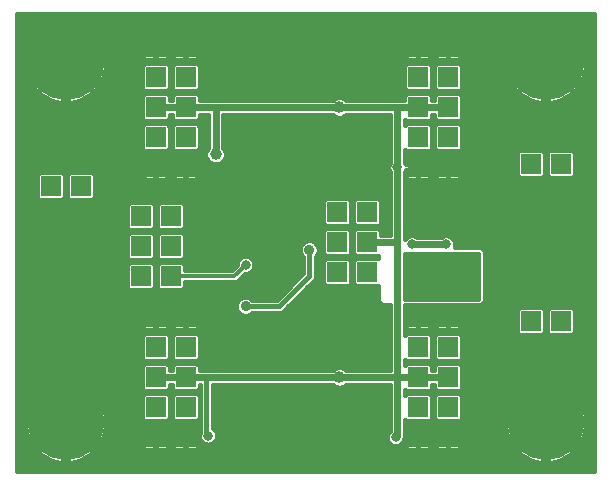
<source format=gbr>
G75*
%MOIN*%
%OFA0B0*%
%FSLAX24Y24*%
%IPPOS*%
%LPD*%
%AMOC8*
5,1,8,0,0,1.08239X$1,22.5*
%
%ADD10R,0.0650X0.0650*%
%ADD11C,0.2540*%
%ADD12C,0.0160*%
%ADD13C,0.0317*%
%ADD14C,0.0240*%
%ADD15C,0.0120*%
%ADD16C,0.0357*%
%ADD17C,0.0396*%
D10*
X005142Y005393D03*
X006142Y005393D03*
X006142Y006393D03*
X005142Y006393D03*
X005142Y007393D03*
X006142Y007393D03*
X006142Y008393D03*
X006142Y009393D03*
X005142Y009393D03*
X005142Y008393D03*
X005642Y010768D03*
X004642Y010768D03*
X004642Y011768D03*
X005642Y011768D03*
X005642Y012768D03*
X004642Y012768D03*
X002642Y012768D03*
X001642Y012768D03*
X001642Y013768D03*
X002642Y013768D03*
X005142Y014393D03*
X006142Y014393D03*
X006142Y015393D03*
X006142Y016393D03*
X006142Y017393D03*
X006142Y018393D03*
X005142Y018393D03*
X005142Y017393D03*
X005142Y016393D03*
X005142Y015393D03*
X011204Y012893D03*
X012204Y012893D03*
X012204Y011893D03*
X011204Y011893D03*
X011204Y010893D03*
X012204Y010893D03*
X013892Y009393D03*
X014892Y009393D03*
X014892Y008393D03*
X013892Y008393D03*
X013892Y007393D03*
X014892Y007393D03*
X014892Y006393D03*
X013892Y006393D03*
X013892Y005393D03*
X014892Y005393D03*
X017642Y008268D03*
X018642Y008268D03*
X018642Y009268D03*
X017642Y009268D03*
X017642Y010268D03*
X018642Y010268D03*
X018642Y013518D03*
X017642Y013518D03*
X017642Y014518D03*
X018642Y014518D03*
X018642Y015518D03*
X017642Y015518D03*
X014892Y015393D03*
X013892Y015393D03*
X013892Y014393D03*
X014892Y014393D03*
X014892Y016393D03*
X013892Y016393D03*
X013892Y017393D03*
X014892Y017393D03*
X014892Y018393D03*
X013892Y018393D03*
D11*
X018142Y017893D03*
X018142Y005893D03*
X002142Y005893D03*
X002142Y017893D03*
D12*
X000522Y019513D02*
X000522Y004273D01*
X019762Y004273D01*
X019762Y019513D01*
X000522Y019513D01*
X000522Y019426D02*
X019762Y019426D01*
X019762Y019268D02*
X000522Y019268D01*
X000522Y019109D02*
X001553Y019109D01*
X001564Y019115D02*
X001447Y019053D01*
X001337Y018979D01*
X001234Y018895D01*
X001140Y018801D01*
X001056Y018698D01*
X000982Y018588D01*
X000920Y018471D01*
X000869Y018349D01*
X000831Y018222D01*
X000805Y018092D01*
X000793Y017973D01*
X002062Y017973D01*
X002062Y017813D01*
X002222Y017813D01*
X002222Y017973D01*
X003490Y017973D01*
X003479Y018092D01*
X003453Y018222D01*
X003414Y018349D01*
X003364Y018471D01*
X003301Y018588D01*
X003227Y018698D01*
X003143Y018801D01*
X003049Y018895D01*
X002947Y018979D01*
X002837Y019053D01*
X002720Y019115D01*
X002597Y019166D01*
X002470Y019204D01*
X002340Y019230D01*
X002222Y019242D01*
X002222Y017973D01*
X002062Y017973D01*
X002062Y019242D01*
X001943Y019230D01*
X001813Y019204D01*
X001686Y019166D01*
X001564Y019115D01*
X001302Y018951D02*
X000522Y018951D01*
X000522Y018792D02*
X001133Y018792D01*
X001013Y018634D02*
X000522Y018634D01*
X000522Y018475D02*
X000922Y018475D01*
X000859Y018317D02*
X000522Y018317D01*
X000522Y018158D02*
X000818Y018158D01*
X000796Y018000D02*
X000522Y018000D01*
X000522Y017841D02*
X002062Y017841D01*
X002062Y017813D02*
X000793Y017813D01*
X000805Y017695D01*
X000831Y017565D01*
X000869Y017438D01*
X000920Y017315D01*
X000982Y017198D01*
X001056Y017088D01*
X001140Y016986D01*
X001234Y016892D01*
X001337Y016808D01*
X001447Y016734D01*
X001564Y016671D01*
X001686Y016621D01*
X001813Y016582D01*
X001943Y016556D01*
X002062Y016545D01*
X002062Y017813D01*
X002062Y017683D02*
X002222Y017683D01*
X002222Y017813D02*
X002222Y016545D01*
X002340Y016556D01*
X002470Y016582D01*
X002597Y016621D01*
X002720Y016671D01*
X002837Y016734D01*
X002947Y016808D01*
X003049Y016892D01*
X003143Y016986D01*
X003227Y017088D01*
X003301Y017198D01*
X003364Y017315D01*
X003414Y017438D01*
X003453Y017565D01*
X003479Y017695D01*
X003490Y017813D01*
X002222Y017813D01*
X002222Y017841D02*
X004742Y017841D01*
X004759Y017858D02*
X004677Y017776D01*
X004677Y017010D01*
X004759Y016928D01*
X005525Y016928D01*
X005607Y017010D01*
X005607Y017776D01*
X005525Y017858D01*
X004759Y017858D01*
X004801Y017988D02*
X005134Y017988D01*
X005134Y018386D01*
X004737Y018386D01*
X004737Y018052D01*
X004749Y018023D01*
X004771Y018000D01*
X004801Y017988D01*
X004773Y018000D02*
X003488Y018000D01*
X003465Y018158D02*
X004737Y018158D01*
X004737Y018317D02*
X003424Y018317D01*
X003361Y018475D02*
X004737Y018475D01*
X004737Y018401D02*
X005134Y018401D01*
X005134Y018798D01*
X004801Y018798D01*
X004771Y018786D01*
X004749Y018764D01*
X004737Y018734D01*
X004737Y018401D01*
X004737Y018634D02*
X003270Y018634D01*
X003150Y018792D02*
X004786Y018792D01*
X005134Y018792D02*
X005149Y018792D01*
X005149Y018798D02*
X005483Y018798D01*
X005512Y018786D01*
X005534Y018764D01*
X005547Y018734D01*
X005547Y018401D01*
X005149Y018401D01*
X005134Y018401D01*
X005134Y018386D01*
X005149Y018386D01*
X005149Y018401D01*
X005149Y018798D01*
X005134Y018634D02*
X005149Y018634D01*
X005134Y018475D02*
X005149Y018475D01*
X005149Y018386D02*
X005547Y018386D01*
X005547Y018052D01*
X005534Y018023D01*
X005512Y018000D01*
X005483Y017988D01*
X005149Y017988D01*
X005149Y018386D01*
X005149Y018317D02*
X005134Y018317D01*
X005134Y018158D02*
X005149Y018158D01*
X005134Y018000D02*
X005149Y018000D01*
X005510Y018000D02*
X005773Y018000D01*
X005771Y018000D02*
X005801Y017988D01*
X006134Y017988D01*
X006134Y018386D01*
X005737Y018386D01*
X005737Y018052D01*
X005749Y018023D01*
X005771Y018000D01*
X005759Y017858D02*
X005677Y017776D01*
X005677Y017010D01*
X005759Y016928D01*
X006525Y016928D01*
X006607Y017010D01*
X006607Y017776D01*
X006525Y017858D01*
X005759Y017858D01*
X005742Y017841D02*
X005542Y017841D01*
X005607Y017683D02*
X005677Y017683D01*
X005677Y017524D02*
X005607Y017524D01*
X005607Y017366D02*
X005677Y017366D01*
X005677Y017207D02*
X005607Y017207D01*
X005607Y017049D02*
X005677Y017049D01*
X005759Y016858D02*
X005677Y016776D01*
X005677Y016653D01*
X005607Y016653D01*
X005607Y016776D01*
X005525Y016858D01*
X004759Y016858D01*
X004677Y016776D01*
X004677Y016010D01*
X004759Y015928D01*
X005525Y015928D01*
X005607Y016010D01*
X005607Y016133D01*
X005677Y016133D01*
X005677Y016010D01*
X005759Y015928D01*
X006525Y015928D01*
X006607Y016010D01*
X006607Y016133D01*
X006882Y016133D01*
X006882Y015049D01*
X006855Y015022D01*
X006804Y014898D01*
X006804Y014764D01*
X006855Y014639D01*
X006950Y014544D01*
X007074Y014493D01*
X007209Y014493D01*
X007333Y014544D01*
X007428Y014639D01*
X007480Y014764D01*
X007480Y014898D01*
X007428Y015022D01*
X007402Y015049D01*
X007402Y016133D01*
X011049Y016133D01*
X011075Y016107D01*
X011199Y016055D01*
X011334Y016055D01*
X011458Y016107D01*
X011485Y016133D01*
X012944Y016133D01*
X012944Y014546D01*
X012905Y014453D01*
X012905Y014334D01*
X012944Y014240D01*
X012944Y012153D01*
X012669Y012153D01*
X012669Y012276D01*
X012587Y012358D01*
X011821Y012358D01*
X011739Y012276D01*
X011739Y011510D01*
X011821Y011428D01*
X012547Y011428D01*
X012547Y011358D01*
X011821Y011358D01*
X011739Y011276D01*
X011739Y010510D01*
X011821Y010428D01*
X012547Y010428D01*
X012547Y009927D01*
X012676Y009798D01*
X012944Y009798D01*
X012944Y007653D01*
X011485Y007653D01*
X011458Y007680D01*
X011334Y007731D01*
X011199Y007731D01*
X011075Y007680D01*
X011049Y007653D01*
X006607Y007653D01*
X006607Y007776D01*
X006525Y007858D01*
X005759Y007858D01*
X005677Y007776D01*
X005677Y007653D01*
X005607Y007653D01*
X005607Y007776D01*
X005525Y007858D01*
X004759Y007858D01*
X004677Y007776D01*
X004677Y007010D01*
X004759Y006928D01*
X005525Y006928D01*
X005607Y007010D01*
X005607Y007133D01*
X005677Y007133D01*
X005677Y007010D01*
X005759Y006928D01*
X006525Y006928D01*
X006607Y007010D01*
X006607Y007133D01*
X006609Y007133D01*
X006609Y005554D01*
X006593Y005515D01*
X006593Y005396D01*
X006638Y005287D01*
X006722Y005203D01*
X006832Y005157D01*
X006951Y005157D01*
X007061Y005203D01*
X007145Y005287D01*
X007190Y005396D01*
X007190Y005515D01*
X007145Y005625D01*
X007061Y005709D01*
X007049Y005714D01*
X007049Y007133D01*
X011049Y007133D01*
X011075Y007107D01*
X011199Y007055D01*
X011334Y007055D01*
X011458Y007107D01*
X011485Y007133D01*
X012944Y007133D01*
X012944Y005618D01*
X012888Y005563D01*
X012843Y005453D01*
X012843Y005334D01*
X012888Y005224D01*
X012972Y005140D01*
X013082Y005095D01*
X013201Y005095D01*
X013311Y005140D01*
X013395Y005224D01*
X013440Y005334D01*
X013440Y005347D01*
X013464Y005404D01*
X013464Y005973D01*
X013509Y005928D01*
X014275Y005928D01*
X014357Y006010D01*
X014357Y006776D01*
X014275Y006858D01*
X013509Y006858D01*
X013464Y006814D01*
X013464Y006973D01*
X013509Y006928D01*
X014275Y006928D01*
X014357Y007010D01*
X014357Y007133D01*
X014427Y007133D01*
X014427Y007010D01*
X014509Y006928D01*
X015275Y006928D01*
X015357Y007010D01*
X015357Y007776D01*
X015275Y007858D01*
X014509Y007858D01*
X014427Y007776D01*
X014427Y007653D01*
X014357Y007653D01*
X014357Y007776D01*
X014275Y007858D01*
X013509Y007858D01*
X013464Y007814D01*
X013464Y007973D01*
X013509Y007928D01*
X014275Y007928D01*
X014357Y008010D01*
X014357Y008776D01*
X014275Y008858D01*
X013509Y008858D01*
X013464Y008814D01*
X013464Y009798D01*
X015983Y009798D01*
X016112Y009927D01*
X016112Y011609D01*
X015983Y011738D01*
X015114Y011738D01*
X015128Y011771D01*
X015128Y011890D01*
X015082Y012000D01*
X014998Y012084D01*
X014889Y012130D01*
X014770Y012130D01*
X014676Y012091D01*
X013857Y012091D01*
X013764Y012130D01*
X013645Y012130D01*
X013535Y012084D01*
X013464Y012013D01*
X013464Y014240D01*
X013487Y014295D01*
X013487Y014052D01*
X013499Y014023D01*
X013521Y014000D01*
X013551Y013988D01*
X013884Y013988D01*
X013884Y014386D01*
X013899Y014386D01*
X013899Y014401D01*
X013884Y014401D01*
X013884Y014798D01*
X013551Y014798D01*
X013521Y014786D01*
X013499Y014764D01*
X013487Y014734D01*
X013487Y014492D01*
X013464Y014546D01*
X013464Y014973D01*
X013509Y014928D01*
X014275Y014928D01*
X014357Y015010D01*
X014357Y015776D01*
X014275Y015858D01*
X013509Y015858D01*
X013464Y015814D01*
X013464Y015973D01*
X013509Y015928D01*
X014275Y015928D01*
X014357Y016010D01*
X014357Y016133D01*
X014427Y016133D01*
X014427Y016010D01*
X014509Y015928D01*
X015275Y015928D01*
X015357Y016010D01*
X015357Y016776D01*
X015275Y016858D01*
X014509Y016858D01*
X014427Y016776D01*
X014427Y016653D01*
X014357Y016653D01*
X014357Y016776D01*
X014275Y016858D01*
X013509Y016858D01*
X013427Y016776D01*
X013427Y016653D01*
X011485Y016653D01*
X011458Y016680D01*
X011334Y016731D01*
X011199Y016731D01*
X011075Y016680D01*
X011049Y016653D01*
X006607Y016653D01*
X006607Y016776D01*
X006525Y016858D01*
X005759Y016858D01*
X005677Y016732D02*
X005607Y016732D01*
X006142Y016393D02*
X006579Y016393D01*
X006607Y016732D02*
X013427Y016732D01*
X013509Y016928D02*
X014275Y016928D01*
X014357Y017010D01*
X014357Y017776D01*
X014275Y017858D01*
X013509Y017858D01*
X013427Y017776D01*
X013427Y017010D01*
X013509Y016928D01*
X013427Y017049D02*
X006607Y017049D01*
X006607Y017207D02*
X013427Y017207D01*
X013427Y017366D02*
X006607Y017366D01*
X006607Y017524D02*
X013427Y017524D01*
X013427Y017683D02*
X006607Y017683D01*
X006542Y017841D02*
X013492Y017841D01*
X013551Y017988D02*
X013884Y017988D01*
X013884Y018386D01*
X013487Y018386D01*
X013487Y018052D01*
X013499Y018023D01*
X013521Y018000D01*
X013551Y017988D01*
X013523Y018000D02*
X006510Y018000D01*
X006512Y018000D02*
X006534Y018023D01*
X006547Y018052D01*
X006547Y018386D01*
X006149Y018386D01*
X006149Y018401D01*
X006134Y018401D01*
X006134Y018798D01*
X005801Y018798D01*
X005771Y018786D01*
X005749Y018764D01*
X005737Y018734D01*
X005737Y018401D01*
X006134Y018401D01*
X006134Y018386D01*
X006149Y018386D01*
X006149Y017988D01*
X006483Y017988D01*
X006512Y018000D01*
X006547Y018158D02*
X013487Y018158D01*
X013487Y018317D02*
X006547Y018317D01*
X006547Y018401D02*
X006149Y018401D01*
X006149Y018798D01*
X006483Y018798D01*
X006512Y018786D01*
X006534Y018764D01*
X006547Y018734D01*
X006547Y018401D01*
X006547Y018475D02*
X013487Y018475D01*
X013487Y018401D02*
X013884Y018401D01*
X013884Y018798D01*
X013551Y018798D01*
X013521Y018786D01*
X013499Y018764D01*
X013487Y018734D01*
X013487Y018401D01*
X013487Y018634D02*
X006547Y018634D01*
X006497Y018792D02*
X013536Y018792D01*
X013884Y018792D02*
X013899Y018792D01*
X013899Y018798D02*
X013899Y018401D01*
X013884Y018401D01*
X013884Y018386D01*
X013899Y018386D01*
X013899Y018401D01*
X014297Y018401D01*
X014297Y018734D01*
X014284Y018764D01*
X014262Y018786D01*
X014233Y018798D01*
X013899Y018798D01*
X013884Y018634D02*
X013899Y018634D01*
X013884Y018475D02*
X013899Y018475D01*
X013899Y018386D02*
X014297Y018386D01*
X014297Y018052D01*
X014284Y018023D01*
X014262Y018000D01*
X014233Y017988D01*
X013899Y017988D01*
X013899Y018386D01*
X013899Y018317D02*
X013884Y018317D01*
X013884Y018158D02*
X013899Y018158D01*
X013884Y018000D02*
X013899Y018000D01*
X014260Y018000D02*
X014523Y018000D01*
X014521Y018000D02*
X014551Y017988D01*
X014884Y017988D01*
X014884Y018386D01*
X014487Y018386D01*
X014487Y018052D01*
X014499Y018023D01*
X014521Y018000D01*
X014509Y017858D02*
X014427Y017776D01*
X014427Y017010D01*
X014509Y016928D01*
X015275Y016928D01*
X015357Y017010D01*
X015357Y017776D01*
X015275Y017858D01*
X014509Y017858D01*
X014492Y017841D02*
X014292Y017841D01*
X014357Y017683D02*
X014427Y017683D01*
X014427Y017524D02*
X014357Y017524D01*
X014357Y017366D02*
X014427Y017366D01*
X014427Y017207D02*
X014357Y017207D01*
X014357Y017049D02*
X014427Y017049D01*
X014427Y016732D02*
X014357Y016732D01*
X014357Y016098D02*
X014427Y016098D01*
X014498Y015939D02*
X014286Y015939D01*
X014352Y015781D02*
X014431Y015781D01*
X014427Y015776D02*
X014509Y015858D01*
X015275Y015858D01*
X015357Y015776D01*
X015357Y015010D01*
X015275Y014928D01*
X014509Y014928D01*
X014427Y015010D01*
X014427Y015776D01*
X014427Y015622D02*
X014357Y015622D01*
X014357Y015464D02*
X014427Y015464D01*
X014427Y015305D02*
X014357Y015305D01*
X014357Y015147D02*
X014427Y015147D01*
X014449Y014988D02*
X014335Y014988D01*
X014262Y014786D02*
X014233Y014798D01*
X013899Y014798D01*
X013899Y014401D01*
X014297Y014401D01*
X014297Y014734D01*
X014284Y014764D01*
X014262Y014786D01*
X014297Y014671D02*
X014487Y014671D01*
X014487Y014734D02*
X014487Y014401D01*
X014884Y014401D01*
X014884Y014798D01*
X014551Y014798D01*
X014521Y014786D01*
X014499Y014764D01*
X014487Y014734D01*
X014487Y014513D02*
X014297Y014513D01*
X014297Y014386D02*
X013899Y014386D01*
X013899Y013988D01*
X014233Y013988D01*
X014262Y014000D01*
X014284Y014023D01*
X014297Y014052D01*
X014297Y014386D01*
X014297Y014354D02*
X014487Y014354D01*
X014487Y014386D02*
X014487Y014052D01*
X014499Y014023D01*
X014521Y014000D01*
X014551Y013988D01*
X014884Y013988D01*
X014884Y014386D01*
X014487Y014386D01*
X014487Y014196D02*
X014297Y014196D01*
X014290Y014037D02*
X014493Y014037D01*
X014884Y014037D02*
X014899Y014037D01*
X014899Y013988D02*
X015233Y013988D01*
X015262Y014000D01*
X015284Y014023D01*
X015297Y014052D01*
X015297Y014386D01*
X014899Y014386D01*
X014899Y014401D01*
X014884Y014401D01*
X014884Y014386D01*
X014899Y014386D01*
X014899Y013988D01*
X014884Y014196D02*
X014899Y014196D01*
X014884Y014354D02*
X014899Y014354D01*
X014899Y014401D02*
X015297Y014401D01*
X015297Y014734D01*
X015284Y014764D01*
X015262Y014786D01*
X015233Y014798D01*
X014899Y014798D01*
X014899Y014401D01*
X014899Y014513D02*
X014884Y014513D01*
X014884Y014671D02*
X014899Y014671D01*
X015297Y014671D02*
X017177Y014671D01*
X017177Y014513D02*
X015297Y014513D01*
X015297Y014354D02*
X017177Y014354D01*
X017177Y014196D02*
X015297Y014196D01*
X015290Y014037D02*
X019762Y014037D01*
X019762Y013879D02*
X019039Y013879D01*
X019034Y013889D02*
X019012Y013911D01*
X018983Y013923D01*
X018649Y013923D01*
X018649Y013526D01*
X018634Y013526D01*
X018634Y013923D01*
X018301Y013923D01*
X018271Y013911D01*
X018249Y013889D01*
X018237Y013859D01*
X018237Y013526D01*
X018634Y013526D01*
X018634Y013511D01*
X018237Y013511D01*
X018237Y013177D01*
X018249Y013148D01*
X018271Y013125D01*
X018301Y013113D01*
X018634Y013113D01*
X018634Y013511D01*
X018649Y013511D01*
X018649Y013113D01*
X018983Y013113D01*
X019012Y013125D01*
X019034Y013148D01*
X019047Y013177D01*
X019047Y013511D01*
X018649Y013511D01*
X018649Y013526D01*
X019047Y013526D01*
X019047Y013859D01*
X019034Y013889D01*
X019025Y014053D02*
X019107Y014135D01*
X019107Y014901D01*
X019025Y014983D01*
X018259Y014983D01*
X018177Y014901D01*
X018177Y014135D01*
X018259Y014053D01*
X019025Y014053D01*
X019107Y014196D02*
X019762Y014196D01*
X019762Y014354D02*
X019107Y014354D01*
X019107Y014513D02*
X019762Y014513D01*
X019762Y014671D02*
X019107Y014671D01*
X019107Y014830D02*
X019762Y014830D01*
X019762Y014988D02*
X015335Y014988D01*
X015357Y015147D02*
X017250Y015147D01*
X017249Y015148D02*
X017271Y015125D01*
X017301Y015113D01*
X017634Y015113D01*
X017634Y015511D01*
X017237Y015511D01*
X017237Y015177D01*
X017249Y015148D01*
X017237Y015305D02*
X015357Y015305D01*
X015357Y015464D02*
X017237Y015464D01*
X017237Y015526D02*
X017634Y015526D01*
X017634Y015923D01*
X017301Y015923D01*
X017271Y015911D01*
X017249Y015889D01*
X017237Y015859D01*
X017237Y015526D01*
X017237Y015622D02*
X015357Y015622D01*
X015352Y015781D02*
X017237Y015781D01*
X017634Y015781D02*
X017649Y015781D01*
X017649Y015923D02*
X017649Y015526D01*
X017634Y015526D01*
X017634Y015511D01*
X017649Y015511D01*
X017649Y015113D01*
X017983Y015113D01*
X018012Y015125D01*
X018034Y015148D01*
X018047Y015177D01*
X018047Y015511D01*
X017649Y015511D01*
X017649Y015526D01*
X018047Y015526D01*
X018047Y015859D01*
X018034Y015889D01*
X018012Y015911D01*
X017983Y015923D01*
X017649Y015923D01*
X017634Y015622D02*
X017649Y015622D01*
X017634Y015464D02*
X017649Y015464D01*
X017634Y015305D02*
X017649Y015305D01*
X017634Y015147D02*
X017649Y015147D01*
X018025Y014983D02*
X017259Y014983D01*
X017177Y014901D01*
X017177Y014135D01*
X017259Y014053D01*
X018025Y014053D01*
X018107Y014135D01*
X018107Y014901D01*
X018025Y014983D01*
X018033Y015147D02*
X018250Y015147D01*
X018249Y015148D02*
X018271Y015125D01*
X018301Y015113D01*
X018634Y015113D01*
X018634Y015511D01*
X018237Y015511D01*
X018237Y015177D01*
X018249Y015148D01*
X018237Y015305D02*
X018047Y015305D01*
X018047Y015464D02*
X018237Y015464D01*
X018237Y015526D02*
X018634Y015526D01*
X018634Y015923D01*
X018301Y015923D01*
X018271Y015911D01*
X018249Y015889D01*
X018237Y015859D01*
X018237Y015526D01*
X018237Y015622D02*
X018047Y015622D01*
X018047Y015781D02*
X018237Y015781D01*
X018634Y015781D02*
X018649Y015781D01*
X018649Y015923D02*
X018649Y015526D01*
X018634Y015526D01*
X018634Y015511D01*
X018649Y015511D01*
X018649Y015113D01*
X018983Y015113D01*
X019012Y015125D01*
X019034Y015148D01*
X019047Y015177D01*
X019047Y015511D01*
X018649Y015511D01*
X018649Y015526D01*
X019047Y015526D01*
X019047Y015859D01*
X019034Y015889D01*
X019012Y015911D01*
X018983Y015923D01*
X018649Y015923D01*
X018634Y015622D02*
X018649Y015622D01*
X018634Y015464D02*
X018649Y015464D01*
X018634Y015305D02*
X018649Y015305D01*
X018634Y015147D02*
X018649Y015147D01*
X019033Y015147D02*
X019762Y015147D01*
X019762Y015305D02*
X019047Y015305D01*
X019047Y015464D02*
X019762Y015464D01*
X019762Y015622D02*
X019047Y015622D01*
X019047Y015781D02*
X019762Y015781D01*
X019762Y015939D02*
X015286Y015939D01*
X015357Y016098D02*
X019762Y016098D01*
X019762Y016256D02*
X015357Y016256D01*
X015357Y016415D02*
X019762Y016415D01*
X019762Y016573D02*
X018426Y016573D01*
X018470Y016582D02*
X018597Y016621D01*
X018720Y016671D01*
X018837Y016734D01*
X018947Y016808D01*
X019049Y016892D01*
X019143Y016986D01*
X019227Y017088D01*
X019301Y017198D01*
X019364Y017315D01*
X019414Y017438D01*
X019453Y017565D01*
X019479Y017695D01*
X019490Y017813D01*
X018222Y017813D01*
X018222Y017973D01*
X019490Y017973D01*
X019479Y018092D01*
X019453Y018222D01*
X019414Y018349D01*
X019364Y018471D01*
X019301Y018588D01*
X019227Y018698D01*
X019143Y018801D01*
X019049Y018895D01*
X018947Y018979D01*
X018837Y019053D01*
X018720Y019115D01*
X018597Y019166D01*
X018470Y019204D01*
X018340Y019230D01*
X018222Y019242D01*
X018222Y017973D01*
X018062Y017973D01*
X018062Y017813D01*
X018222Y017813D01*
X018222Y016545D01*
X018340Y016556D01*
X018470Y016582D01*
X018222Y016573D02*
X018062Y016573D01*
X018062Y016545D02*
X018062Y017813D01*
X016793Y017813D01*
X016805Y017695D01*
X016831Y017565D01*
X016869Y017438D01*
X016920Y017315D01*
X016982Y017198D01*
X017056Y017088D01*
X017140Y016986D01*
X017234Y016892D01*
X017337Y016808D01*
X017447Y016734D01*
X017564Y016671D01*
X017686Y016621D01*
X017813Y016582D01*
X017943Y016556D01*
X018062Y016545D01*
X018062Y016732D02*
X018222Y016732D01*
X018222Y016890D02*
X018062Y016890D01*
X018062Y017049D02*
X018222Y017049D01*
X018222Y017207D02*
X018062Y017207D01*
X018062Y017366D02*
X018222Y017366D01*
X018222Y017524D02*
X018062Y017524D01*
X018062Y017683D02*
X018222Y017683D01*
X018222Y017841D02*
X019762Y017841D01*
X019762Y017683D02*
X019476Y017683D01*
X019440Y017524D02*
X019762Y017524D01*
X019762Y017366D02*
X019384Y017366D01*
X019306Y017207D02*
X019762Y017207D01*
X019762Y017049D02*
X019195Y017049D01*
X019048Y016890D02*
X019762Y016890D01*
X019762Y016732D02*
X018833Y016732D01*
X017858Y016573D02*
X015357Y016573D01*
X015357Y016732D02*
X017451Y016732D01*
X017236Y016890D02*
X003048Y016890D01*
X003195Y017049D02*
X004677Y017049D01*
X004677Y017207D02*
X003306Y017207D01*
X003384Y017366D02*
X004677Y017366D01*
X004677Y017524D02*
X003440Y017524D01*
X003476Y017683D02*
X004677Y017683D01*
X005547Y018158D02*
X005737Y018158D01*
X005737Y018317D02*
X005547Y018317D01*
X005547Y018475D02*
X005737Y018475D01*
X005737Y018634D02*
X005547Y018634D01*
X005497Y018792D02*
X005786Y018792D01*
X006134Y018792D02*
X006149Y018792D01*
X006134Y018634D02*
X006149Y018634D01*
X006134Y018475D02*
X006149Y018475D01*
X006134Y018317D02*
X006149Y018317D01*
X006134Y018158D02*
X006149Y018158D01*
X006134Y018000D02*
X006149Y018000D01*
X004677Y016732D02*
X002833Y016732D01*
X002426Y016573D02*
X004677Y016573D01*
X004677Y016415D02*
X000522Y016415D01*
X000522Y016573D02*
X001858Y016573D01*
X002062Y016573D02*
X002222Y016573D01*
X002222Y016732D02*
X002062Y016732D01*
X002062Y016890D02*
X002222Y016890D01*
X002222Y017049D02*
X002062Y017049D01*
X002062Y017207D02*
X002222Y017207D01*
X002222Y017366D02*
X002062Y017366D01*
X002062Y017524D02*
X002222Y017524D01*
X002222Y018000D02*
X002062Y018000D01*
X002062Y018158D02*
X002222Y018158D01*
X002222Y018317D02*
X002062Y018317D01*
X002062Y018475D02*
X002222Y018475D01*
X002222Y018634D02*
X002062Y018634D01*
X002062Y018792D02*
X002222Y018792D01*
X002222Y018951D02*
X002062Y018951D01*
X002062Y019109D02*
X002222Y019109D01*
X002730Y019109D02*
X017553Y019109D01*
X017564Y019115D02*
X017447Y019053D01*
X017337Y018979D01*
X017234Y018895D01*
X017140Y018801D01*
X017056Y018698D01*
X016982Y018588D01*
X016920Y018471D01*
X016869Y018349D01*
X016831Y018222D01*
X016805Y018092D01*
X016793Y017973D01*
X018062Y017973D01*
X018062Y019242D01*
X017943Y019230D01*
X017813Y019204D01*
X017686Y019166D01*
X017564Y019115D01*
X017302Y018951D02*
X002981Y018951D01*
X000807Y017683D02*
X000522Y017683D01*
X000522Y017524D02*
X000843Y017524D01*
X000899Y017366D02*
X000522Y017366D01*
X000522Y017207D02*
X000978Y017207D01*
X001088Y017049D02*
X000522Y017049D01*
X000522Y016890D02*
X001236Y016890D01*
X001451Y016732D02*
X000522Y016732D01*
X000522Y016256D02*
X004677Y016256D01*
X004677Y016098D02*
X000522Y016098D01*
X000522Y015939D02*
X004748Y015939D01*
X004759Y015858D02*
X004677Y015776D01*
X004677Y015010D01*
X004759Y014928D01*
X005525Y014928D01*
X005607Y015010D01*
X005607Y015776D01*
X005525Y015858D01*
X004759Y015858D01*
X004681Y015781D02*
X000522Y015781D01*
X000522Y015622D02*
X004677Y015622D01*
X004677Y015464D02*
X000522Y015464D01*
X000522Y015305D02*
X004677Y015305D01*
X004677Y015147D02*
X000522Y015147D01*
X000522Y014988D02*
X004699Y014988D01*
X004771Y014786D02*
X004749Y014764D01*
X004737Y014734D01*
X004737Y014401D01*
X005134Y014401D01*
X005134Y014798D01*
X004801Y014798D01*
X004771Y014786D01*
X004737Y014671D02*
X000522Y014671D01*
X000522Y014513D02*
X004737Y014513D01*
X004737Y014386D02*
X004737Y014052D01*
X004749Y014023D01*
X004771Y014000D01*
X004801Y013988D01*
X005134Y013988D01*
X005134Y014386D01*
X004737Y014386D01*
X004737Y014354D02*
X000522Y014354D01*
X000522Y014196D02*
X001221Y014196D01*
X001259Y014233D02*
X001177Y014151D01*
X001177Y013385D01*
X001259Y013303D01*
X002025Y013303D01*
X002107Y013385D01*
X002107Y014151D01*
X002025Y014233D01*
X001259Y014233D01*
X001177Y014037D02*
X000522Y014037D01*
X000522Y013879D02*
X001177Y013879D01*
X001177Y013720D02*
X000522Y013720D01*
X000522Y013562D02*
X001177Y013562D01*
X001177Y013403D02*
X000522Y013403D01*
X000522Y013245D02*
X010739Y013245D01*
X010739Y013276D02*
X010739Y012510D01*
X010821Y012428D01*
X011587Y012428D01*
X011669Y012510D01*
X011669Y013276D01*
X011587Y013358D01*
X010821Y013358D01*
X010739Y013276D01*
X010739Y013086D02*
X006107Y013086D01*
X006107Y013151D02*
X006025Y013233D01*
X005259Y013233D01*
X005177Y013151D01*
X005177Y012385D01*
X005259Y012303D01*
X006025Y012303D01*
X006107Y012385D01*
X006107Y013151D01*
X006107Y012928D02*
X010739Y012928D01*
X010739Y012769D02*
X006107Y012769D01*
X006107Y012611D02*
X010739Y012611D01*
X010797Y012452D02*
X006107Y012452D01*
X006025Y012233D02*
X006107Y012151D01*
X006107Y011385D01*
X006025Y011303D01*
X005259Y011303D01*
X005177Y011385D01*
X005177Y012151D01*
X005259Y012233D01*
X006025Y012233D01*
X006107Y012135D02*
X010739Y012135D01*
X010739Y012276D02*
X010739Y011510D01*
X010821Y011428D01*
X011587Y011428D01*
X011669Y011510D01*
X011669Y012276D01*
X011587Y012358D01*
X010821Y012358D01*
X010739Y012276D01*
X010757Y012294D02*
X000522Y012294D01*
X000522Y012452D02*
X001237Y012452D01*
X001237Y012427D02*
X001249Y012398D01*
X001271Y012375D01*
X001301Y012363D01*
X001634Y012363D01*
X001634Y012761D01*
X001237Y012761D01*
X001237Y012427D01*
X001237Y012611D02*
X000522Y012611D01*
X000522Y012769D02*
X001634Y012769D01*
X001634Y012776D02*
X001634Y012761D01*
X001649Y012761D01*
X001649Y012776D01*
X001634Y012776D01*
X001634Y013173D01*
X001301Y013173D01*
X001271Y013161D01*
X001249Y013139D01*
X001237Y013109D01*
X001237Y012776D01*
X001634Y012776D01*
X001649Y012776D02*
X001649Y013173D01*
X001983Y013173D01*
X002012Y013161D01*
X002034Y013139D01*
X002047Y013109D01*
X002047Y012776D01*
X001649Y012776D01*
X001649Y012769D02*
X002634Y012769D01*
X002634Y012776D02*
X002634Y012761D01*
X002237Y012761D01*
X002237Y012427D01*
X002249Y012398D01*
X002271Y012375D01*
X002301Y012363D01*
X002634Y012363D01*
X002634Y012761D01*
X002649Y012761D01*
X002649Y012776D01*
X002634Y012776D01*
X002634Y013173D01*
X002301Y013173D01*
X002271Y013161D01*
X002249Y013139D01*
X002237Y013109D01*
X002237Y012776D01*
X002634Y012776D01*
X002649Y012776D02*
X002649Y013173D01*
X002983Y013173D01*
X003012Y013161D01*
X003034Y013139D01*
X003047Y013109D01*
X003047Y012776D01*
X002649Y012776D01*
X002649Y012769D02*
X004177Y012769D01*
X004177Y012611D02*
X003047Y012611D01*
X003047Y012761D02*
X002649Y012761D01*
X002649Y012363D01*
X002983Y012363D01*
X003012Y012375D01*
X003034Y012398D01*
X003047Y012427D01*
X003047Y012761D01*
X003047Y012928D02*
X004177Y012928D01*
X004177Y013086D02*
X003047Y013086D01*
X003025Y013303D02*
X003107Y013385D01*
X003107Y014151D01*
X003025Y014233D01*
X002259Y014233D01*
X002177Y014151D01*
X002177Y013385D01*
X002259Y013303D01*
X003025Y013303D01*
X003107Y013403D02*
X012944Y013403D01*
X012944Y013245D02*
X012669Y013245D01*
X012669Y013276D02*
X012587Y013358D01*
X011821Y013358D01*
X011739Y013276D01*
X011739Y012510D01*
X011821Y012428D01*
X012587Y012428D01*
X012669Y012510D01*
X012669Y013276D01*
X012669Y013086D02*
X012944Y013086D01*
X012944Y012928D02*
X012669Y012928D01*
X012669Y012769D02*
X012944Y012769D01*
X012944Y012611D02*
X012669Y012611D01*
X012611Y012452D02*
X012944Y012452D01*
X012944Y012294D02*
X012652Y012294D01*
X013464Y012294D02*
X019762Y012294D01*
X019762Y012452D02*
X013464Y012452D01*
X013464Y012611D02*
X019762Y012611D01*
X019762Y012769D02*
X013464Y012769D01*
X013464Y012928D02*
X019762Y012928D01*
X019762Y013086D02*
X013464Y013086D01*
X013464Y013245D02*
X017237Y013245D01*
X017237Y013177D02*
X017249Y013148D01*
X017271Y013125D01*
X017301Y013113D01*
X017634Y013113D01*
X017634Y013511D01*
X017237Y013511D01*
X017237Y013177D01*
X017634Y013245D02*
X017649Y013245D01*
X017649Y013113D02*
X017983Y013113D01*
X018012Y013125D01*
X018034Y013148D01*
X018047Y013177D01*
X018047Y013511D01*
X017649Y013511D01*
X017649Y013113D01*
X017634Y013403D02*
X017649Y013403D01*
X017649Y013511D02*
X017634Y013511D01*
X017634Y013526D01*
X017634Y013923D01*
X017301Y013923D01*
X017271Y013911D01*
X017249Y013889D01*
X017237Y013859D01*
X017237Y013526D01*
X017634Y013526D01*
X017649Y013526D01*
X017649Y013923D01*
X017983Y013923D01*
X018012Y013911D01*
X018034Y013889D01*
X018047Y013859D01*
X018047Y013526D01*
X017649Y013526D01*
X017649Y013511D01*
X017649Y013562D02*
X017634Y013562D01*
X017634Y013720D02*
X017649Y013720D01*
X017634Y013879D02*
X017649Y013879D01*
X017245Y013879D02*
X013464Y013879D01*
X013464Y014037D02*
X013493Y014037D01*
X013487Y014196D02*
X013464Y014196D01*
X013478Y014513D02*
X013487Y014513D01*
X013487Y014671D02*
X013464Y014671D01*
X013464Y014830D02*
X017177Y014830D01*
X018107Y014830D02*
X018177Y014830D01*
X018177Y014671D02*
X018107Y014671D01*
X018107Y014513D02*
X018177Y014513D01*
X018177Y014354D02*
X018107Y014354D01*
X018107Y014196D02*
X018177Y014196D01*
X018245Y013879D02*
X018039Y013879D01*
X018047Y013720D02*
X018237Y013720D01*
X018237Y013562D02*
X018047Y013562D01*
X018047Y013403D02*
X018237Y013403D01*
X018237Y013245D02*
X018047Y013245D01*
X018634Y013245D02*
X018649Y013245D01*
X018634Y013403D02*
X018649Y013403D01*
X018634Y013562D02*
X018649Y013562D01*
X018634Y013720D02*
X018649Y013720D01*
X018634Y013879D02*
X018649Y013879D01*
X019047Y013720D02*
X019762Y013720D01*
X019762Y013562D02*
X019047Y013562D01*
X019047Y013403D02*
X019762Y013403D01*
X019762Y013245D02*
X019047Y013245D01*
X019762Y012135D02*
X013464Y012135D01*
X013464Y011518D02*
X015892Y011518D01*
X015892Y010018D01*
X013464Y010018D01*
X013464Y011518D01*
X013464Y011501D02*
X015892Y011501D01*
X015892Y011343D02*
X013464Y011343D01*
X013464Y011184D02*
X015892Y011184D01*
X015892Y011026D02*
X013464Y011026D01*
X013464Y010867D02*
X015892Y010867D01*
X015892Y010709D02*
X013464Y010709D01*
X013464Y010550D02*
X015892Y010550D01*
X015892Y010392D02*
X013464Y010392D01*
X013464Y010233D02*
X015892Y010233D01*
X015892Y010075D02*
X013464Y010075D01*
X013551Y009798D02*
X013521Y009786D01*
X013499Y009764D01*
X013487Y009734D01*
X013487Y009401D01*
X013884Y009401D01*
X013884Y009798D01*
X013551Y009798D01*
X013496Y009758D02*
X013464Y009758D01*
X013464Y009599D02*
X013487Y009599D01*
X013487Y009441D02*
X013464Y009441D01*
X013487Y009386D02*
X013487Y009052D01*
X013499Y009023D01*
X013521Y009000D01*
X013551Y008988D01*
X013884Y008988D01*
X013884Y009386D01*
X013487Y009386D01*
X013487Y009282D02*
X013464Y009282D01*
X013464Y009124D02*
X013487Y009124D01*
X013464Y008965D02*
X017177Y008965D01*
X017177Y008885D02*
X017259Y008803D01*
X018025Y008803D01*
X018107Y008885D01*
X018107Y009651D01*
X018025Y009733D01*
X017259Y009733D01*
X017177Y009651D01*
X017177Y008885D01*
X017255Y008807D02*
X015326Y008807D01*
X015357Y008776D02*
X015275Y008858D01*
X014509Y008858D01*
X014427Y008776D01*
X014427Y008010D01*
X014509Y007928D01*
X015275Y007928D01*
X015357Y008010D01*
X015357Y008776D01*
X015357Y008648D02*
X017259Y008648D01*
X017249Y008639D02*
X017237Y008609D01*
X017237Y008276D01*
X017634Y008276D01*
X017634Y008673D01*
X017301Y008673D01*
X017271Y008661D01*
X017249Y008639D01*
X017237Y008490D02*
X015357Y008490D01*
X015357Y008331D02*
X017237Y008331D01*
X017237Y008261D02*
X017237Y007927D01*
X017249Y007898D01*
X017271Y007875D01*
X017301Y007863D01*
X017634Y007863D01*
X017634Y008261D01*
X017237Y008261D01*
X017237Y008173D02*
X015357Y008173D01*
X015357Y008014D02*
X017237Y008014D01*
X017634Y008014D02*
X017649Y008014D01*
X017649Y007863D02*
X017983Y007863D01*
X018012Y007875D01*
X018034Y007898D01*
X018047Y007927D01*
X018047Y008261D01*
X017649Y008261D01*
X017649Y007863D01*
X017634Y008173D02*
X017649Y008173D01*
X017649Y008261D02*
X017634Y008261D01*
X017634Y008276D01*
X017649Y008276D01*
X017649Y008673D01*
X017983Y008673D01*
X018012Y008661D01*
X018034Y008639D01*
X018047Y008609D01*
X018047Y008276D01*
X017649Y008276D01*
X017649Y008261D01*
X017649Y008331D02*
X017634Y008331D01*
X017634Y008490D02*
X017649Y008490D01*
X017634Y008648D02*
X017649Y008648D01*
X018025Y008648D02*
X018259Y008648D01*
X018249Y008639D02*
X018237Y008609D01*
X018237Y008276D01*
X018634Y008276D01*
X018634Y008673D01*
X018301Y008673D01*
X018271Y008661D01*
X018249Y008639D01*
X018237Y008490D02*
X018047Y008490D01*
X018047Y008331D02*
X018237Y008331D01*
X018237Y008261D02*
X018237Y007927D01*
X018249Y007898D01*
X018271Y007875D01*
X018301Y007863D01*
X018634Y007863D01*
X018634Y008261D01*
X018237Y008261D01*
X018237Y008173D02*
X018047Y008173D01*
X018047Y008014D02*
X018237Y008014D01*
X018634Y008014D02*
X018649Y008014D01*
X018649Y007863D02*
X018983Y007863D01*
X019012Y007875D01*
X019034Y007898D01*
X019047Y007927D01*
X019047Y008261D01*
X018649Y008261D01*
X018649Y007863D01*
X018634Y008173D02*
X018649Y008173D01*
X018649Y008261D02*
X018634Y008261D01*
X018634Y008276D01*
X018649Y008276D01*
X018649Y008673D01*
X018983Y008673D01*
X019012Y008661D01*
X019034Y008639D01*
X019047Y008609D01*
X019047Y008276D01*
X018649Y008276D01*
X018649Y008261D01*
X018649Y008331D02*
X018634Y008331D01*
X018634Y008490D02*
X018649Y008490D01*
X018634Y008648D02*
X018649Y008648D01*
X019025Y008648D02*
X019762Y008648D01*
X019762Y008490D02*
X019047Y008490D01*
X019047Y008331D02*
X019762Y008331D01*
X019762Y008173D02*
X019047Y008173D01*
X019047Y008014D02*
X019762Y008014D01*
X019762Y007856D02*
X015277Y007856D01*
X015357Y007697D02*
X019762Y007697D01*
X019762Y007539D02*
X015357Y007539D01*
X015357Y007380D02*
X019762Y007380D01*
X019762Y007222D02*
X018383Y007222D01*
X018340Y007230D02*
X018222Y007242D01*
X018222Y005973D01*
X019490Y005973D01*
X019479Y006092D01*
X019453Y006222D01*
X019414Y006349D01*
X019364Y006471D01*
X019301Y006588D01*
X019227Y006698D01*
X019143Y006801D01*
X019049Y006895D01*
X018947Y006979D01*
X018837Y007053D01*
X018720Y007115D01*
X018597Y007166D01*
X018470Y007204D01*
X018340Y007230D01*
X018222Y007222D02*
X018062Y007222D01*
X018062Y007242D02*
X017943Y007230D01*
X017813Y007204D01*
X017686Y007166D01*
X017564Y007115D01*
X017447Y007053D01*
X017337Y006979D01*
X017234Y006895D01*
X017140Y006801D01*
X017056Y006698D01*
X016982Y006588D01*
X015357Y006588D01*
X015357Y006746D02*
X017095Y006746D01*
X016982Y006588D02*
X016920Y006471D01*
X016869Y006349D01*
X016831Y006222D01*
X016805Y006092D01*
X016793Y005973D01*
X018062Y005973D01*
X018062Y005813D01*
X018222Y005813D01*
X018222Y005973D01*
X018062Y005973D01*
X018062Y007242D01*
X017901Y007222D02*
X015357Y007222D01*
X015357Y007063D02*
X017467Y007063D01*
X017246Y006905D02*
X013464Y006905D01*
X012944Y006905D02*
X007049Y006905D01*
X007049Y007063D02*
X011180Y007063D01*
X011354Y007063D02*
X012944Y007063D01*
X012944Y006746D02*
X007049Y006746D01*
X007049Y006588D02*
X012944Y006588D01*
X012944Y006429D02*
X007049Y006429D01*
X007049Y006271D02*
X012944Y006271D01*
X012944Y006112D02*
X007049Y006112D01*
X007049Y005954D02*
X012944Y005954D01*
X012944Y005795D02*
X007049Y005795D01*
X007133Y005637D02*
X012944Y005637D01*
X012854Y005478D02*
X007190Y005478D01*
X007159Y005320D02*
X012849Y005320D01*
X012951Y005161D02*
X006961Y005161D01*
X006822Y005161D02*
X006547Y005161D01*
X006547Y005052D02*
X006547Y005386D01*
X006149Y005386D01*
X006149Y005401D01*
X006134Y005401D01*
X006134Y005798D01*
X005801Y005798D01*
X005771Y005786D01*
X005749Y005764D01*
X005737Y005734D01*
X005737Y005401D01*
X006134Y005401D01*
X006134Y005386D01*
X005737Y005386D01*
X005737Y005052D01*
X005749Y005023D01*
X005771Y005000D01*
X005801Y004988D01*
X006134Y004988D01*
X006134Y005386D01*
X006149Y005386D01*
X006149Y004988D01*
X006483Y004988D01*
X006512Y005000D01*
X006534Y005023D01*
X006547Y005052D01*
X006514Y005003D02*
X013519Y005003D01*
X013521Y005000D02*
X013551Y004988D01*
X013884Y004988D01*
X013884Y005386D01*
X013487Y005386D01*
X013487Y005052D01*
X013499Y005023D01*
X013521Y005000D01*
X013487Y005161D02*
X013332Y005161D01*
X013435Y005320D02*
X013487Y005320D01*
X013487Y005401D02*
X013884Y005401D01*
X013884Y005798D01*
X013551Y005798D01*
X013521Y005786D01*
X013499Y005764D01*
X013487Y005734D01*
X013487Y005401D01*
X013487Y005478D02*
X013464Y005478D01*
X013464Y005637D02*
X013487Y005637D01*
X013464Y005795D02*
X013544Y005795D01*
X013483Y005954D02*
X013464Y005954D01*
X013884Y005795D02*
X013899Y005795D01*
X013899Y005798D02*
X013899Y005401D01*
X013884Y005401D01*
X013884Y005386D01*
X013899Y005386D01*
X013899Y005401D01*
X014297Y005401D01*
X014297Y005734D01*
X014284Y005764D01*
X014262Y005786D01*
X014233Y005798D01*
X013899Y005798D01*
X013884Y005637D02*
X013899Y005637D01*
X013884Y005478D02*
X013899Y005478D01*
X013899Y005386D02*
X014297Y005386D01*
X014297Y005052D01*
X014284Y005023D01*
X014262Y005000D01*
X014233Y004988D01*
X013899Y004988D01*
X013899Y005386D01*
X013899Y005320D02*
X013884Y005320D01*
X013884Y005161D02*
X013899Y005161D01*
X013884Y005003D02*
X013899Y005003D01*
X014264Y005003D02*
X014519Y005003D01*
X014521Y005000D02*
X014551Y004988D01*
X014884Y004988D01*
X014884Y005386D01*
X014487Y005386D01*
X014487Y005052D01*
X014499Y005023D01*
X014521Y005000D01*
X014487Y005161D02*
X014297Y005161D01*
X014297Y005320D02*
X014487Y005320D01*
X014487Y005401D02*
X014884Y005401D01*
X014884Y005798D01*
X014551Y005798D01*
X014521Y005786D01*
X014499Y005764D01*
X014487Y005734D01*
X014487Y005401D01*
X014487Y005478D02*
X014297Y005478D01*
X014297Y005637D02*
X014487Y005637D01*
X014544Y005795D02*
X014240Y005795D01*
X014300Y005954D02*
X014483Y005954D01*
X014509Y005928D02*
X015275Y005928D01*
X015357Y006010D01*
X015357Y006776D01*
X015275Y006858D01*
X014509Y006858D01*
X014427Y006776D01*
X014427Y006010D01*
X014509Y005928D01*
X014427Y006112D02*
X014357Y006112D01*
X014357Y006271D02*
X014427Y006271D01*
X014427Y006429D02*
X014357Y006429D01*
X014357Y006588D02*
X014427Y006588D01*
X014427Y006746D02*
X014357Y006746D01*
X014357Y007063D02*
X014427Y007063D01*
X014892Y007393D02*
X014954Y007393D01*
X014427Y007697D02*
X014357Y007697D01*
X014277Y007856D02*
X014506Y007856D01*
X014427Y008014D02*
X014357Y008014D01*
X014357Y008173D02*
X014427Y008173D01*
X014427Y008331D02*
X014357Y008331D01*
X014357Y008490D02*
X014427Y008490D01*
X014427Y008648D02*
X014357Y008648D01*
X014326Y008807D02*
X014457Y008807D01*
X014521Y009000D02*
X014551Y008988D01*
X014884Y008988D01*
X014884Y009386D01*
X014487Y009386D01*
X014487Y009052D01*
X014499Y009023D01*
X014521Y009000D01*
X014487Y009124D02*
X014297Y009124D01*
X014297Y009052D02*
X014297Y009386D01*
X013899Y009386D01*
X013899Y009401D01*
X013884Y009401D01*
X013884Y009386D01*
X013899Y009386D01*
X013899Y008988D01*
X014233Y008988D01*
X014262Y009000D01*
X014284Y009023D01*
X014297Y009052D01*
X014297Y009282D02*
X014487Y009282D01*
X014487Y009401D02*
X014884Y009401D01*
X014884Y009798D01*
X014551Y009798D01*
X014521Y009786D01*
X014499Y009764D01*
X014487Y009734D01*
X014487Y009401D01*
X014487Y009441D02*
X014297Y009441D01*
X014297Y009401D02*
X014297Y009734D01*
X014284Y009764D01*
X014262Y009786D01*
X014233Y009798D01*
X013899Y009798D01*
X013899Y009401D01*
X014297Y009401D01*
X014297Y009599D02*
X014487Y009599D01*
X014496Y009758D02*
X014287Y009758D01*
X013899Y009758D02*
X013884Y009758D01*
X013884Y009599D02*
X013899Y009599D01*
X013884Y009441D02*
X013899Y009441D01*
X013884Y009282D02*
X013899Y009282D01*
X013884Y009124D02*
X013899Y009124D01*
X012944Y009124D02*
X006547Y009124D01*
X006547Y009052D02*
X006547Y009386D01*
X006149Y009386D01*
X006149Y009401D01*
X006134Y009401D01*
X006134Y009798D01*
X005801Y009798D01*
X005771Y009786D01*
X005749Y009764D01*
X005737Y009734D01*
X005737Y009401D01*
X006134Y009401D01*
X006134Y009386D01*
X005737Y009386D01*
X005737Y009052D01*
X005749Y009023D01*
X005771Y009000D01*
X005801Y008988D01*
X006134Y008988D01*
X006134Y009386D01*
X006149Y009386D01*
X006149Y008988D01*
X006483Y008988D01*
X006512Y009000D01*
X006534Y009023D01*
X006547Y009052D01*
X006525Y008858D02*
X005759Y008858D01*
X005677Y008776D01*
X005677Y008010D01*
X005759Y007928D01*
X006525Y007928D01*
X006607Y008010D01*
X006607Y008776D01*
X006525Y008858D01*
X006576Y008807D02*
X012944Y008807D01*
X012944Y008965D02*
X000522Y008965D01*
X000522Y008807D02*
X004707Y008807D01*
X004677Y008776D02*
X004759Y008858D01*
X005525Y008858D01*
X005607Y008776D01*
X005607Y008010D01*
X005525Y007928D01*
X004759Y007928D01*
X004677Y008010D01*
X004677Y008776D01*
X004677Y008648D02*
X000522Y008648D01*
X000522Y008490D02*
X004677Y008490D01*
X004677Y008331D02*
X000522Y008331D01*
X000522Y008173D02*
X004677Y008173D01*
X004677Y008014D02*
X000522Y008014D01*
X000522Y007856D02*
X004756Y007856D01*
X004677Y007697D02*
X000522Y007697D01*
X000522Y007539D02*
X004677Y007539D01*
X004677Y007380D02*
X000522Y007380D01*
X000522Y007222D02*
X001901Y007222D01*
X001943Y007230D02*
X001813Y007204D01*
X001686Y007166D01*
X001564Y007115D01*
X001447Y007053D01*
X001337Y006979D01*
X001234Y006895D01*
X001140Y006801D01*
X001056Y006698D01*
X000982Y006588D01*
X000522Y006588D01*
X000522Y006746D02*
X001095Y006746D01*
X000982Y006588D02*
X000920Y006471D01*
X000869Y006349D01*
X000831Y006222D01*
X000805Y006092D01*
X000793Y005973D01*
X002062Y005973D01*
X002062Y005813D01*
X002222Y005813D01*
X002222Y005973D01*
X003490Y005973D01*
X003479Y006092D01*
X003453Y006222D01*
X003414Y006349D01*
X003364Y006471D01*
X003301Y006588D01*
X003227Y006698D01*
X003143Y006801D01*
X003049Y006895D01*
X002947Y006979D01*
X002837Y007053D01*
X002720Y007115D01*
X002597Y007166D01*
X002470Y007204D01*
X002340Y007230D01*
X002222Y007242D01*
X002222Y005973D01*
X002062Y005973D01*
X002062Y007242D01*
X001943Y007230D01*
X002062Y007222D02*
X002222Y007222D01*
X002222Y007063D02*
X002062Y007063D01*
X002062Y006905D02*
X002222Y006905D01*
X002222Y006746D02*
X002062Y006746D01*
X002062Y006588D02*
X002222Y006588D01*
X002222Y006429D02*
X002062Y006429D01*
X002062Y006271D02*
X002222Y006271D01*
X002222Y006112D02*
X002062Y006112D01*
X002062Y005954D02*
X000522Y005954D01*
X000522Y006112D02*
X000809Y006112D01*
X000845Y006271D02*
X000522Y006271D01*
X000522Y006429D02*
X000902Y006429D01*
X001246Y006905D02*
X000522Y006905D01*
X000522Y007063D02*
X001467Y007063D01*
X002383Y007222D02*
X004677Y007222D01*
X004677Y007063D02*
X002817Y007063D01*
X003037Y006905D02*
X006609Y006905D01*
X006525Y006858D02*
X005759Y006858D01*
X005677Y006776D01*
X005677Y006010D01*
X005759Y005928D01*
X006525Y005928D01*
X006607Y006010D01*
X006607Y006776D01*
X006525Y006858D01*
X006607Y006746D02*
X006609Y006746D01*
X006607Y006588D02*
X006609Y006588D01*
X006607Y006429D02*
X006609Y006429D01*
X006607Y006271D02*
X006609Y006271D01*
X006607Y006112D02*
X006609Y006112D01*
X006609Y005954D02*
X006550Y005954D01*
X006490Y005795D02*
X006609Y005795D01*
X006534Y005764D02*
X006512Y005786D01*
X006483Y005798D01*
X006149Y005798D01*
X006149Y005401D01*
X006547Y005401D01*
X006547Y005734D01*
X006534Y005764D01*
X006547Y005637D02*
X006609Y005637D01*
X006593Y005478D02*
X006547Y005478D01*
X006547Y005320D02*
X006625Y005320D01*
X006829Y005518D02*
X006829Y007331D01*
X006892Y007393D01*
X006607Y007697D02*
X011117Y007697D01*
X011416Y007697D02*
X012944Y007697D01*
X012944Y007856D02*
X006527Y007856D01*
X006607Y008014D02*
X012944Y008014D01*
X012944Y008173D02*
X006607Y008173D01*
X006607Y008331D02*
X012944Y008331D01*
X012944Y008490D02*
X006607Y008490D01*
X006607Y008648D02*
X012944Y008648D01*
X012944Y009282D02*
X006547Y009282D01*
X006547Y009401D02*
X006149Y009401D01*
X006149Y009798D01*
X006483Y009798D01*
X006512Y009786D01*
X006534Y009764D01*
X006547Y009734D01*
X006547Y009401D01*
X006547Y009441D02*
X012944Y009441D01*
X012944Y009599D02*
X009409Y009599D01*
X009358Y009548D02*
X009487Y009677D01*
X010487Y010677D01*
X010487Y011413D01*
X010537Y011463D01*
X010585Y011580D01*
X010585Y011707D01*
X010537Y011824D01*
X010447Y011913D01*
X010330Y011962D01*
X010203Y011962D01*
X010086Y011913D01*
X009997Y011824D01*
X009948Y011707D01*
X009948Y011580D01*
X009997Y011463D01*
X010047Y011413D01*
X010047Y010859D01*
X009176Y009988D01*
X008372Y009988D01*
X008322Y010038D01*
X008205Y010087D01*
X008078Y010087D01*
X007961Y010038D01*
X007872Y009949D01*
X007823Y009832D01*
X007823Y009705D01*
X007872Y009588D01*
X007961Y009498D01*
X008078Y009450D01*
X008205Y009450D01*
X008322Y009498D01*
X008372Y009548D01*
X009358Y009548D01*
X009267Y009768D02*
X008142Y009768D01*
X007858Y009916D02*
X000522Y009916D01*
X000522Y009758D02*
X004746Y009758D01*
X004749Y009764D02*
X004737Y009734D01*
X004737Y009401D01*
X005134Y009401D01*
X005134Y009798D01*
X004801Y009798D01*
X004771Y009786D01*
X004749Y009764D01*
X004737Y009599D02*
X000522Y009599D01*
X000522Y009441D02*
X004737Y009441D01*
X004737Y009386D02*
X004737Y009052D01*
X004749Y009023D01*
X004771Y009000D01*
X004801Y008988D01*
X005134Y008988D01*
X005134Y009386D01*
X004737Y009386D01*
X004737Y009282D02*
X000522Y009282D01*
X000522Y009124D02*
X004737Y009124D01*
X005134Y009124D02*
X005149Y009124D01*
X005149Y008988D02*
X005483Y008988D01*
X005512Y009000D01*
X005534Y009023D01*
X005547Y009052D01*
X005547Y009386D01*
X005149Y009386D01*
X005149Y009401D01*
X005134Y009401D01*
X005134Y009386D01*
X005149Y009386D01*
X005149Y008988D01*
X005134Y009282D02*
X005149Y009282D01*
X005149Y009401D02*
X005547Y009401D01*
X005547Y009734D01*
X005534Y009764D01*
X005512Y009786D01*
X005483Y009798D01*
X005149Y009798D01*
X005149Y009401D01*
X005149Y009441D02*
X005134Y009441D01*
X005134Y009599D02*
X005149Y009599D01*
X005134Y009758D02*
X005149Y009758D01*
X005537Y009758D02*
X005746Y009758D01*
X005737Y009599D02*
X005547Y009599D01*
X005547Y009441D02*
X005737Y009441D01*
X005737Y009282D02*
X005547Y009282D01*
X005547Y009124D02*
X005737Y009124D01*
X005707Y008807D02*
X005576Y008807D01*
X005607Y008648D02*
X005677Y008648D01*
X005677Y008490D02*
X005607Y008490D01*
X005607Y008331D02*
X005677Y008331D01*
X005677Y008173D02*
X005607Y008173D01*
X005607Y008014D02*
X005677Y008014D01*
X005756Y007856D02*
X005527Y007856D01*
X005607Y007697D02*
X005677Y007697D01*
X005677Y007063D02*
X005607Y007063D01*
X005525Y006858D02*
X004759Y006858D01*
X004677Y006776D01*
X004677Y006010D01*
X004759Y005928D01*
X005525Y005928D01*
X005607Y006010D01*
X005607Y006776D01*
X005525Y006858D01*
X005607Y006746D02*
X005677Y006746D01*
X005677Y006588D02*
X005607Y006588D01*
X005607Y006429D02*
X005677Y006429D01*
X005677Y006271D02*
X005607Y006271D01*
X005607Y006112D02*
X005677Y006112D01*
X005733Y005954D02*
X005550Y005954D01*
X005483Y005798D02*
X005149Y005798D01*
X005149Y005401D01*
X005134Y005401D01*
X005134Y005798D01*
X004801Y005798D01*
X004771Y005786D01*
X004749Y005764D01*
X004737Y005734D01*
X004737Y005401D01*
X005134Y005401D01*
X005134Y005386D01*
X004737Y005386D01*
X004737Y005052D01*
X004749Y005023D01*
X004771Y005000D01*
X004801Y004988D01*
X005134Y004988D01*
X005134Y005386D01*
X005149Y005386D01*
X005149Y005401D01*
X005547Y005401D01*
X005547Y005734D01*
X005534Y005764D01*
X005512Y005786D01*
X005483Y005798D01*
X005490Y005795D02*
X005794Y005795D01*
X005737Y005637D02*
X005547Y005637D01*
X005547Y005478D02*
X005737Y005478D01*
X005737Y005320D02*
X005547Y005320D01*
X005547Y005386D02*
X005149Y005386D01*
X005149Y004988D01*
X005483Y004988D01*
X005512Y005000D01*
X005534Y005023D01*
X005547Y005052D01*
X005547Y005386D01*
X005547Y005161D02*
X005737Y005161D01*
X005769Y005003D02*
X005514Y005003D01*
X005149Y005003D02*
X005134Y005003D01*
X005134Y005161D02*
X005149Y005161D01*
X005134Y005320D02*
X005149Y005320D01*
X005134Y005478D02*
X005149Y005478D01*
X005134Y005637D02*
X005149Y005637D01*
X005134Y005795D02*
X005149Y005795D01*
X004794Y005795D02*
X003489Y005795D01*
X003490Y005813D02*
X002222Y005813D01*
X002222Y004545D01*
X002340Y004556D01*
X002470Y004582D01*
X002597Y004621D01*
X002720Y004671D01*
X002837Y004734D01*
X002947Y004808D01*
X003049Y004892D01*
X003143Y004986D01*
X003227Y005088D01*
X003301Y005198D01*
X003364Y005315D01*
X003414Y005438D01*
X003453Y005565D01*
X003479Y005695D01*
X003490Y005813D01*
X003467Y005637D02*
X004737Y005637D01*
X004737Y005478D02*
X003427Y005478D01*
X003365Y005320D02*
X004737Y005320D01*
X004737Y005161D02*
X003276Y005161D01*
X003157Y005003D02*
X004769Y005003D01*
X004733Y005954D02*
X002222Y005954D01*
X002222Y005795D02*
X002062Y005795D01*
X002062Y005813D02*
X002062Y004545D01*
X001943Y004556D01*
X001813Y004582D01*
X001686Y004621D01*
X001564Y004671D01*
X001447Y004734D01*
X001337Y004808D01*
X001234Y004892D01*
X001140Y004986D01*
X001056Y005088D01*
X000982Y005198D01*
X000920Y005315D01*
X000869Y005438D01*
X000831Y005565D01*
X000805Y005695D01*
X000793Y005813D01*
X002062Y005813D01*
X002062Y005637D02*
X002222Y005637D01*
X002222Y005478D02*
X002062Y005478D01*
X002062Y005320D02*
X002222Y005320D01*
X002222Y005161D02*
X002062Y005161D01*
X002062Y005003D02*
X002222Y005003D01*
X002222Y004844D02*
X002062Y004844D01*
X002062Y004686D02*
X002222Y004686D01*
X002746Y004686D02*
X017537Y004686D01*
X017564Y004671D02*
X017686Y004621D01*
X017813Y004582D01*
X017943Y004556D01*
X018062Y004545D01*
X018062Y005813D01*
X016793Y005813D01*
X016805Y005695D01*
X016831Y005565D01*
X016869Y005438D01*
X016920Y005315D01*
X016982Y005198D01*
X017056Y005088D01*
X017140Y004986D01*
X017234Y004892D01*
X017337Y004808D01*
X017447Y004734D01*
X017564Y004671D01*
X017292Y004844D02*
X002991Y004844D01*
X003475Y006112D02*
X004677Y006112D01*
X004677Y006271D02*
X003438Y006271D01*
X003381Y006429D02*
X004677Y006429D01*
X004677Y006588D02*
X003301Y006588D01*
X003188Y006746D02*
X004677Y006746D01*
X006134Y005795D02*
X006149Y005795D01*
X006134Y005637D02*
X006149Y005637D01*
X006134Y005478D02*
X006149Y005478D01*
X006134Y005320D02*
X006149Y005320D01*
X006134Y005161D02*
X006149Y005161D01*
X006134Y005003D02*
X006149Y005003D01*
X006607Y007063D02*
X006609Y007063D01*
X006149Y009124D02*
X006134Y009124D01*
X006134Y009282D02*
X006149Y009282D01*
X006134Y009441D02*
X006149Y009441D01*
X006134Y009599D02*
X006149Y009599D01*
X006134Y009758D02*
X006149Y009758D01*
X006537Y009758D02*
X007823Y009758D01*
X007867Y009599D02*
X006547Y009599D01*
X006025Y010303D02*
X006107Y010385D01*
X006107Y010568D01*
X007850Y010568D01*
X008126Y010845D01*
X008201Y010845D01*
X008311Y010890D01*
X008395Y010974D01*
X008440Y011084D01*
X008440Y011203D01*
X008395Y011313D01*
X008311Y011397D01*
X008201Y011442D01*
X008082Y011442D01*
X007972Y011397D01*
X007888Y011313D01*
X007843Y011203D01*
X007843Y011127D01*
X007684Y010968D01*
X006107Y010968D01*
X006107Y011151D01*
X006025Y011233D01*
X005259Y011233D01*
X005177Y011151D01*
X005177Y010385D01*
X005259Y010303D01*
X006025Y010303D01*
X006107Y010392D02*
X009579Y010392D01*
X009738Y010550D02*
X006107Y010550D01*
X006107Y011026D02*
X007741Y011026D01*
X007843Y011184D02*
X006074Y011184D01*
X006064Y011343D02*
X007919Y011343D01*
X008365Y011343D02*
X010047Y011343D01*
X010047Y011184D02*
X008440Y011184D01*
X008416Y011026D02*
X010047Y011026D01*
X010047Y010867D02*
X008256Y010867D01*
X007990Y010709D02*
X009896Y010709D01*
X010267Y010768D02*
X009267Y009768D01*
X009567Y009758D02*
X012944Y009758D01*
X012558Y009916D02*
X009726Y009916D01*
X009884Y010075D02*
X012547Y010075D01*
X012547Y010233D02*
X010043Y010233D01*
X010201Y010392D02*
X012547Y010392D01*
X011739Y010550D02*
X011669Y010550D01*
X011669Y010510D02*
X011669Y011276D01*
X011587Y011358D01*
X010821Y011358D01*
X010739Y011276D01*
X010739Y010510D01*
X010821Y010428D01*
X011587Y010428D01*
X011669Y010510D01*
X011669Y010709D02*
X011739Y010709D01*
X011739Y010867D02*
X011669Y010867D01*
X011669Y011026D02*
X011739Y011026D01*
X011739Y011184D02*
X011669Y011184D01*
X011603Y011343D02*
X011806Y011343D01*
X011748Y011501D02*
X011660Y011501D01*
X011669Y011660D02*
X011739Y011660D01*
X011739Y011818D02*
X011669Y011818D01*
X011669Y011977D02*
X011739Y011977D01*
X011739Y012135D02*
X011669Y012135D01*
X011652Y012294D02*
X011757Y012294D01*
X011797Y012452D02*
X011611Y012452D01*
X011669Y012611D02*
X011739Y012611D01*
X011739Y012769D02*
X011669Y012769D01*
X011669Y012928D02*
X011739Y012928D01*
X011739Y013086D02*
X011669Y013086D01*
X011669Y013245D02*
X011739Y013245D01*
X012944Y013562D02*
X003107Y013562D01*
X003107Y013720D02*
X012944Y013720D01*
X012944Y013879D02*
X003107Y013879D01*
X003107Y014037D02*
X004743Y014037D01*
X004737Y014196D02*
X003062Y014196D01*
X002221Y014196D02*
X002062Y014196D01*
X002107Y014037D02*
X002177Y014037D01*
X002177Y013879D02*
X002107Y013879D01*
X002107Y013720D02*
X002177Y013720D01*
X002177Y013562D02*
X002107Y013562D01*
X002107Y013403D02*
X002177Y013403D01*
X002237Y013086D02*
X002047Y013086D01*
X002047Y012928D02*
X002237Y012928D01*
X002047Y012761D02*
X001649Y012761D01*
X001649Y012363D01*
X001983Y012363D01*
X002012Y012375D01*
X002034Y012398D01*
X002047Y012427D01*
X002047Y012761D01*
X002047Y012611D02*
X002237Y012611D01*
X002237Y012452D02*
X002047Y012452D01*
X001649Y012452D02*
X001634Y012452D01*
X001634Y012611D02*
X001649Y012611D01*
X001634Y012928D02*
X001649Y012928D01*
X001634Y013086D02*
X001649Y013086D01*
X001237Y013086D02*
X000522Y013086D01*
X000522Y012928D02*
X001237Y012928D01*
X000522Y012135D02*
X004177Y012135D01*
X004177Y012151D02*
X004177Y011385D01*
X004259Y011303D01*
X005025Y011303D01*
X005107Y011385D01*
X005107Y012151D01*
X005025Y012233D01*
X004259Y012233D01*
X004177Y012151D01*
X004259Y012303D02*
X005025Y012303D01*
X005107Y012385D01*
X005107Y013151D01*
X005025Y013233D01*
X004259Y013233D01*
X004177Y013151D01*
X004177Y012385D01*
X004259Y012303D01*
X004177Y012452D02*
X003047Y012452D01*
X002649Y012452D02*
X002634Y012452D01*
X002634Y012611D02*
X002649Y012611D01*
X002634Y012928D02*
X002649Y012928D01*
X002634Y013086D02*
X002649Y013086D01*
X004177Y011977D02*
X000522Y011977D01*
X000522Y011818D02*
X004177Y011818D01*
X004177Y011660D02*
X000522Y011660D01*
X000522Y011501D02*
X004177Y011501D01*
X004219Y011343D02*
X000522Y011343D01*
X000522Y011184D02*
X004210Y011184D01*
X004177Y011151D02*
X004177Y010385D01*
X004259Y010303D01*
X005025Y010303D01*
X005107Y010385D01*
X005107Y011151D01*
X005025Y011233D01*
X004259Y011233D01*
X004177Y011151D01*
X004177Y011026D02*
X000522Y011026D01*
X000522Y010867D02*
X004177Y010867D01*
X004177Y010709D02*
X000522Y010709D01*
X000522Y010550D02*
X004177Y010550D01*
X004177Y010392D02*
X000522Y010392D01*
X000522Y010233D02*
X009421Y010233D01*
X009262Y010075D02*
X008234Y010075D01*
X008050Y010075D02*
X000522Y010075D01*
X005107Y010392D02*
X005177Y010392D01*
X005177Y010550D02*
X005107Y010550D01*
X005107Y010709D02*
X005177Y010709D01*
X005177Y010867D02*
X005107Y010867D01*
X005107Y011026D02*
X005177Y011026D01*
X005210Y011184D02*
X005074Y011184D01*
X005064Y011343D02*
X005219Y011343D01*
X005177Y011501D02*
X005107Y011501D01*
X005107Y011660D02*
X005177Y011660D01*
X005177Y011818D02*
X005107Y011818D01*
X005107Y011977D02*
X005177Y011977D01*
X005177Y012135D02*
X005107Y012135D01*
X005107Y012452D02*
X005177Y012452D01*
X005177Y012611D02*
X005107Y012611D01*
X005107Y012769D02*
X005177Y012769D01*
X005177Y012928D02*
X005107Y012928D01*
X005107Y013086D02*
X005177Y013086D01*
X005149Y013988D02*
X005483Y013988D01*
X005512Y014000D01*
X005534Y014023D01*
X005547Y014052D01*
X005547Y014386D01*
X005149Y014386D01*
X005149Y014401D01*
X005134Y014401D01*
X005134Y014386D01*
X005149Y014386D01*
X005149Y013988D01*
X005149Y014037D02*
X005134Y014037D01*
X005134Y014196D02*
X005149Y014196D01*
X005134Y014354D02*
X005149Y014354D01*
X005142Y014393D02*
X006142Y014393D01*
X006149Y014386D02*
X006149Y013988D01*
X006483Y013988D01*
X006512Y014000D01*
X006534Y014023D01*
X006547Y014052D01*
X006547Y014386D01*
X006149Y014386D01*
X006149Y014401D01*
X006134Y014401D01*
X006134Y014798D01*
X005801Y014798D01*
X005771Y014786D01*
X005749Y014764D01*
X005737Y014734D01*
X005737Y014401D01*
X006134Y014401D01*
X006134Y014386D01*
X005737Y014386D01*
X005737Y014052D01*
X005749Y014023D01*
X005771Y014000D01*
X005801Y013988D01*
X006134Y013988D01*
X006134Y014386D01*
X006149Y014386D01*
X006149Y014401D02*
X006547Y014401D01*
X006547Y014734D01*
X006534Y014764D01*
X006512Y014786D01*
X006483Y014798D01*
X006149Y014798D01*
X006149Y014401D01*
X006149Y014354D02*
X006134Y014354D01*
X006134Y014196D02*
X006149Y014196D01*
X006134Y014037D02*
X006149Y014037D01*
X006540Y014037D02*
X012944Y014037D01*
X012944Y014196D02*
X006547Y014196D01*
X006547Y014354D02*
X012905Y014354D01*
X012930Y014513D02*
X007258Y014513D01*
X007026Y014513D02*
X006547Y014513D01*
X006547Y014671D02*
X006842Y014671D01*
X006804Y014830D02*
X000522Y014830D01*
X005134Y014671D02*
X005149Y014671D01*
X005149Y014798D02*
X005149Y014401D01*
X005547Y014401D01*
X005547Y014734D01*
X005534Y014764D01*
X005512Y014786D01*
X005483Y014798D01*
X005149Y014798D01*
X005134Y014513D02*
X005149Y014513D01*
X005547Y014513D02*
X005737Y014513D01*
X005737Y014671D02*
X005547Y014671D01*
X005759Y014928D02*
X006525Y014928D01*
X006607Y015010D01*
X006607Y015776D01*
X006525Y015858D01*
X005759Y015858D01*
X005677Y015776D01*
X005677Y015010D01*
X005759Y014928D01*
X005699Y014988D02*
X005585Y014988D01*
X005607Y015147D02*
X005677Y015147D01*
X005677Y015305D02*
X005607Y015305D01*
X005607Y015464D02*
X005677Y015464D01*
X005677Y015622D02*
X005607Y015622D01*
X005602Y015781D02*
X005681Y015781D01*
X005748Y015939D02*
X005536Y015939D01*
X005607Y016098D02*
X005677Y016098D01*
X006536Y015939D02*
X006882Y015939D01*
X006882Y015781D02*
X006602Y015781D01*
X006607Y015622D02*
X006882Y015622D01*
X006882Y015464D02*
X006607Y015464D01*
X006607Y015305D02*
X006882Y015305D01*
X006882Y015147D02*
X006607Y015147D01*
X006585Y014988D02*
X006841Y014988D01*
X006149Y014671D02*
X006134Y014671D01*
X006134Y014513D02*
X006149Y014513D01*
X005737Y014354D02*
X005547Y014354D01*
X005547Y014196D02*
X005737Y014196D01*
X005743Y014037D02*
X005540Y014037D01*
X007442Y014671D02*
X012944Y014671D01*
X012944Y014830D02*
X007480Y014830D01*
X007442Y014988D02*
X012944Y014988D01*
X012944Y015147D02*
X007402Y015147D01*
X007402Y015305D02*
X012944Y015305D01*
X012944Y015464D02*
X007402Y015464D01*
X007402Y015622D02*
X012944Y015622D01*
X012944Y015781D02*
X007402Y015781D01*
X007402Y015939D02*
X012944Y015939D01*
X012944Y016098D02*
X011437Y016098D01*
X011096Y016098D02*
X007402Y016098D01*
X006882Y016098D02*
X006607Y016098D01*
X006107Y011977D02*
X010739Y011977D01*
X010739Y011818D02*
X010539Y011818D01*
X010585Y011660D02*
X010739Y011660D01*
X010748Y011501D02*
X010553Y011501D01*
X010487Y011343D02*
X010806Y011343D01*
X010739Y011184D02*
X010487Y011184D01*
X010487Y011026D02*
X010739Y011026D01*
X010739Y010867D02*
X010487Y010867D01*
X010487Y010709D02*
X010739Y010709D01*
X010739Y010550D02*
X010360Y010550D01*
X010267Y010768D02*
X010267Y011643D01*
X009948Y011660D02*
X006107Y011660D01*
X006107Y011818D02*
X009994Y011818D01*
X009981Y011501D02*
X006107Y011501D01*
X000795Y005795D02*
X000522Y005795D01*
X000522Y005637D02*
X000816Y005637D01*
X000857Y005478D02*
X000522Y005478D01*
X000522Y005320D02*
X000918Y005320D01*
X001007Y005161D02*
X000522Y005161D01*
X000522Y005003D02*
X001126Y005003D01*
X001292Y004844D02*
X000522Y004844D01*
X000522Y004686D02*
X001537Y004686D01*
X000522Y004527D02*
X019762Y004527D01*
X019762Y004369D02*
X000522Y004369D01*
X013464Y007856D02*
X013506Y007856D01*
X014899Y008988D02*
X015233Y008988D01*
X015262Y009000D01*
X015284Y009023D01*
X015297Y009052D01*
X015297Y009386D01*
X014899Y009386D01*
X014899Y009401D01*
X014884Y009401D01*
X014884Y009386D01*
X014899Y009386D01*
X014899Y008988D01*
X014884Y009124D02*
X014899Y009124D01*
X014884Y009282D02*
X014899Y009282D01*
X014899Y009401D02*
X015297Y009401D01*
X015297Y009734D01*
X015284Y009764D01*
X015262Y009786D01*
X015233Y009798D01*
X014899Y009798D01*
X014899Y009401D01*
X014899Y009441D02*
X014884Y009441D01*
X014884Y009599D02*
X014899Y009599D01*
X014884Y009758D02*
X014899Y009758D01*
X015287Y009758D02*
X019762Y009758D01*
X019762Y009916D02*
X019042Y009916D01*
X019047Y009927D02*
X019047Y010261D01*
X018649Y010261D01*
X018649Y009863D01*
X018983Y009863D01*
X019012Y009875D01*
X019034Y009898D01*
X019047Y009927D01*
X019047Y010075D02*
X019762Y010075D01*
X019762Y010233D02*
X019047Y010233D01*
X019047Y010276D02*
X019047Y010609D01*
X019034Y010639D01*
X019012Y010661D01*
X018983Y010673D01*
X018649Y010673D01*
X018649Y010276D01*
X018634Y010276D01*
X018634Y010673D01*
X018301Y010673D01*
X018271Y010661D01*
X018249Y010639D01*
X018237Y010609D01*
X018237Y010276D01*
X018634Y010276D01*
X018634Y010261D01*
X018237Y010261D01*
X018237Y009927D01*
X018249Y009898D01*
X018271Y009875D01*
X018301Y009863D01*
X018634Y009863D01*
X018634Y010261D01*
X018649Y010261D01*
X018649Y010276D01*
X019047Y010276D01*
X019047Y010392D02*
X019762Y010392D01*
X019762Y010550D02*
X019047Y010550D01*
X018649Y010550D02*
X018634Y010550D01*
X018634Y010392D02*
X018649Y010392D01*
X018634Y010233D02*
X018649Y010233D01*
X018634Y010075D02*
X018649Y010075D01*
X018634Y009916D02*
X018649Y009916D01*
X019025Y009733D02*
X018259Y009733D01*
X018177Y009651D01*
X018177Y008885D01*
X018259Y008803D01*
X019025Y008803D01*
X019107Y008885D01*
X019107Y009651D01*
X019025Y009733D01*
X019107Y009599D02*
X019762Y009599D01*
X019762Y009441D02*
X019107Y009441D01*
X019107Y009282D02*
X019762Y009282D01*
X019762Y009124D02*
X019107Y009124D01*
X019107Y008965D02*
X019762Y008965D01*
X019762Y008807D02*
X019028Y008807D01*
X018255Y008807D02*
X018028Y008807D01*
X018107Y008965D02*
X018177Y008965D01*
X018177Y009124D02*
X018107Y009124D01*
X018107Y009282D02*
X018177Y009282D01*
X018177Y009441D02*
X018107Y009441D01*
X018107Y009599D02*
X018177Y009599D01*
X018012Y009875D02*
X018034Y009898D01*
X018047Y009927D01*
X018047Y010261D01*
X017649Y010261D01*
X017649Y009863D01*
X017983Y009863D01*
X018012Y009875D01*
X018042Y009916D02*
X018241Y009916D01*
X018237Y010075D02*
X018047Y010075D01*
X018047Y010233D02*
X018237Y010233D01*
X018237Y010392D02*
X018047Y010392D01*
X018047Y010276D02*
X018047Y010609D01*
X018034Y010639D01*
X018012Y010661D01*
X017983Y010673D01*
X017649Y010673D01*
X017649Y010276D01*
X017634Y010276D01*
X017634Y010673D01*
X017301Y010673D01*
X017271Y010661D01*
X017249Y010639D01*
X017237Y010609D01*
X017237Y010276D01*
X017634Y010276D01*
X017634Y010261D01*
X017237Y010261D01*
X017237Y009927D01*
X017249Y009898D01*
X017271Y009875D01*
X017301Y009863D01*
X017634Y009863D01*
X017634Y010261D01*
X017649Y010261D01*
X017649Y010276D01*
X018047Y010276D01*
X018047Y010550D02*
X018237Y010550D01*
X017649Y010550D02*
X017634Y010550D01*
X017634Y010392D02*
X017649Y010392D01*
X017634Y010233D02*
X017649Y010233D01*
X017634Y010075D02*
X017649Y010075D01*
X017634Y009916D02*
X017649Y009916D01*
X017241Y009916D02*
X016101Y009916D01*
X016112Y010075D02*
X017237Y010075D01*
X017237Y010233D02*
X016112Y010233D01*
X016112Y010392D02*
X017237Y010392D01*
X017237Y010550D02*
X016112Y010550D01*
X016112Y010709D02*
X019762Y010709D01*
X019762Y010867D02*
X016112Y010867D01*
X016112Y011026D02*
X019762Y011026D01*
X019762Y011184D02*
X016112Y011184D01*
X016112Y011343D02*
X019762Y011343D01*
X019762Y011501D02*
X016112Y011501D01*
X016061Y011660D02*
X019762Y011660D01*
X019762Y011818D02*
X015128Y011818D01*
X015092Y011977D02*
X019762Y011977D01*
X017237Y013403D02*
X013464Y013403D01*
X013464Y013562D02*
X017237Y013562D01*
X017237Y013720D02*
X013464Y013720D01*
X013884Y014037D02*
X013899Y014037D01*
X013884Y014196D02*
X013899Y014196D01*
X013884Y014354D02*
X013899Y014354D01*
X013884Y014513D02*
X013899Y014513D01*
X013884Y014671D02*
X013899Y014671D01*
X013498Y015939D02*
X013464Y015939D01*
X013204Y016331D02*
X013142Y016393D01*
X014297Y018158D02*
X014487Y018158D01*
X014487Y018317D02*
X014297Y018317D01*
X014297Y018475D02*
X014487Y018475D01*
X014487Y018401D02*
X014884Y018401D01*
X014884Y018798D01*
X014551Y018798D01*
X014521Y018786D01*
X014499Y018764D01*
X014487Y018734D01*
X014487Y018401D01*
X014487Y018634D02*
X014297Y018634D01*
X014247Y018792D02*
X014536Y018792D01*
X014884Y018792D02*
X014899Y018792D01*
X014899Y018798D02*
X014899Y018401D01*
X014884Y018401D01*
X014884Y018386D01*
X014899Y018386D01*
X014899Y018401D01*
X015297Y018401D01*
X015297Y018734D01*
X015284Y018764D01*
X015262Y018786D01*
X015233Y018798D01*
X014899Y018798D01*
X014884Y018634D02*
X014899Y018634D01*
X014884Y018475D02*
X014899Y018475D01*
X014899Y018386D02*
X015297Y018386D01*
X015297Y018052D01*
X015284Y018023D01*
X015262Y018000D01*
X015233Y017988D01*
X014899Y017988D01*
X014899Y018386D01*
X014899Y018317D02*
X014884Y018317D01*
X014884Y018158D02*
X014899Y018158D01*
X014884Y018000D02*
X014899Y018000D01*
X015260Y018000D02*
X016796Y018000D01*
X016818Y018158D02*
X015297Y018158D01*
X015297Y018317D02*
X016859Y018317D01*
X016922Y018475D02*
X015297Y018475D01*
X015297Y018634D02*
X017013Y018634D01*
X017133Y018792D02*
X015247Y018792D01*
X015292Y017841D02*
X018062Y017841D01*
X018062Y018000D02*
X018222Y018000D01*
X018222Y018158D02*
X018062Y018158D01*
X018062Y018317D02*
X018222Y018317D01*
X018222Y018475D02*
X018062Y018475D01*
X018062Y018634D02*
X018222Y018634D01*
X018222Y018792D02*
X018062Y018792D01*
X018062Y018951D02*
X018222Y018951D01*
X018222Y019109D02*
X018062Y019109D01*
X018730Y019109D02*
X019762Y019109D01*
X019762Y018951D02*
X018981Y018951D01*
X019150Y018792D02*
X019762Y018792D01*
X019762Y018634D02*
X019270Y018634D01*
X019361Y018475D02*
X019762Y018475D01*
X019762Y018317D02*
X019424Y018317D01*
X019465Y018158D02*
X019762Y018158D01*
X019762Y018000D02*
X019488Y018000D01*
X017088Y017049D02*
X015357Y017049D01*
X015357Y017207D02*
X016978Y017207D01*
X016899Y017366D02*
X015357Y017366D01*
X015357Y017524D02*
X016843Y017524D01*
X016807Y017683D02*
X015357Y017683D01*
X015297Y009599D02*
X017177Y009599D01*
X017177Y009441D02*
X015297Y009441D01*
X015297Y009282D02*
X017177Y009282D01*
X017177Y009124D02*
X015297Y009124D01*
X018062Y007063D02*
X018222Y007063D01*
X018222Y006905D02*
X018062Y006905D01*
X018062Y006746D02*
X018222Y006746D01*
X018222Y006588D02*
X018062Y006588D01*
X018062Y006429D02*
X018222Y006429D01*
X018222Y006271D02*
X018062Y006271D01*
X018062Y006112D02*
X018222Y006112D01*
X018222Y005954D02*
X019762Y005954D01*
X019762Y006112D02*
X019475Y006112D01*
X019438Y006271D02*
X019762Y006271D01*
X019762Y006429D02*
X019381Y006429D01*
X019301Y006588D02*
X019762Y006588D01*
X019762Y006746D02*
X019188Y006746D01*
X019037Y006905D02*
X019762Y006905D01*
X019762Y007063D02*
X018817Y007063D01*
X018062Y005954D02*
X015300Y005954D01*
X015357Y006112D02*
X016809Y006112D01*
X016845Y006271D02*
X015357Y006271D01*
X015357Y006429D02*
X016902Y006429D01*
X016795Y005795D02*
X015240Y005795D01*
X015233Y005798D02*
X014899Y005798D01*
X014899Y005401D01*
X014884Y005401D01*
X014884Y005386D01*
X014899Y005386D01*
X014899Y005401D01*
X015297Y005401D01*
X015297Y005734D01*
X015284Y005764D01*
X015262Y005786D01*
X015233Y005798D01*
X015297Y005637D02*
X016816Y005637D01*
X016857Y005478D02*
X015297Y005478D01*
X015297Y005386D02*
X014899Y005386D01*
X014899Y004988D01*
X015233Y004988D01*
X015262Y005000D01*
X015284Y005023D01*
X015297Y005052D01*
X015297Y005386D01*
X015297Y005320D02*
X016918Y005320D01*
X017007Y005161D02*
X015297Y005161D01*
X015264Y005003D02*
X017126Y005003D01*
X018062Y005003D02*
X018222Y005003D01*
X018222Y005161D02*
X018062Y005161D01*
X018062Y005320D02*
X018222Y005320D01*
X018222Y005478D02*
X018062Y005478D01*
X018062Y005637D02*
X018222Y005637D01*
X018222Y005795D02*
X018062Y005795D01*
X018222Y005813D02*
X018222Y004545D01*
X018340Y004556D01*
X018470Y004582D01*
X018597Y004621D01*
X018720Y004671D01*
X018837Y004734D01*
X018947Y004808D01*
X019049Y004892D01*
X019143Y004986D01*
X019227Y005088D01*
X019301Y005198D01*
X019364Y005315D01*
X019414Y005438D01*
X019453Y005565D01*
X019479Y005695D01*
X019490Y005813D01*
X018222Y005813D01*
X019157Y005003D02*
X019762Y005003D01*
X019762Y005161D02*
X019276Y005161D01*
X019365Y005320D02*
X019762Y005320D01*
X019762Y005478D02*
X019427Y005478D01*
X019467Y005637D02*
X019762Y005637D01*
X019762Y005795D02*
X019489Y005795D01*
X019762Y004844D02*
X018991Y004844D01*
X018746Y004686D02*
X019762Y004686D01*
X018222Y004686D02*
X018062Y004686D01*
X018062Y004844D02*
X018222Y004844D01*
X014899Y005003D02*
X014884Y005003D01*
X014884Y005161D02*
X014899Y005161D01*
X014884Y005320D02*
X014899Y005320D01*
X014884Y005478D02*
X014899Y005478D01*
X014884Y005637D02*
X014899Y005637D01*
X014884Y005795D02*
X014899Y005795D01*
D13*
X013142Y005393D03*
X013142Y004518D03*
X012642Y004518D03*
X012142Y004518D03*
X011642Y004518D03*
X011142Y004518D03*
X010642Y004518D03*
X010142Y004518D03*
X009642Y004518D03*
X009142Y004518D03*
X008642Y004518D03*
X008142Y004518D03*
X007642Y004518D03*
X007142Y004518D03*
X006892Y005456D03*
X003892Y005643D03*
X003892Y006143D03*
X002642Y009768D03*
X002142Y009768D03*
X001642Y009768D03*
X001142Y009768D03*
X002267Y011768D03*
X004017Y011268D03*
X006142Y011268D03*
X008142Y011143D03*
X004392Y015143D03*
X003517Y015143D03*
X006642Y019268D03*
X007142Y019268D03*
X007642Y019268D03*
X008142Y019268D03*
X008642Y019268D03*
X009142Y019268D03*
X009642Y019268D03*
X010142Y019268D03*
X010642Y019268D03*
X011142Y019268D03*
X011642Y019268D03*
X012142Y019268D03*
X012642Y019268D03*
X013142Y019268D03*
X013204Y014393D03*
X013767Y013518D03*
X013892Y012268D03*
X013704Y011831D03*
X013892Y011393D03*
X014267Y011393D03*
X014642Y011393D03*
X015017Y011393D03*
X015392Y011393D03*
X015767Y011393D03*
X015767Y011018D03*
X015767Y010643D03*
X015392Y010268D03*
X015017Y010143D03*
X014642Y010143D03*
X014267Y010143D03*
X014829Y011831D03*
X019517Y013268D03*
X019517Y013768D03*
X019517Y014268D03*
X019517Y014768D03*
X019517Y015268D03*
X019517Y015768D03*
X019517Y016268D03*
X019517Y010393D03*
X019517Y009893D03*
X019517Y008268D03*
X019517Y007768D03*
X019517Y007268D03*
D14*
X014892Y007393D02*
X013892Y007393D01*
X013204Y007393D01*
X013204Y011893D01*
X013204Y014393D01*
X013204Y016331D01*
X013142Y016393D02*
X011267Y016393D01*
X007142Y016393D01*
X006142Y016393D01*
X005142Y016393D01*
X007142Y016393D02*
X007142Y014831D01*
X012204Y011893D02*
X013204Y011893D01*
X013704Y011831D02*
X014829Y011831D01*
X013204Y007393D02*
X011267Y007393D01*
X006892Y007393D01*
X006142Y007393D01*
X005142Y007393D01*
X013204Y007393D02*
X013204Y005456D01*
X013142Y005393D01*
X013142Y016393D02*
X013892Y016393D01*
X014892Y016393D01*
D15*
X008142Y011143D02*
X007767Y010768D01*
X005642Y010768D01*
D16*
X008142Y009768D03*
X010267Y011643D03*
D17*
X007142Y014831D03*
X011267Y016393D03*
X011267Y007393D03*
M02*

</source>
